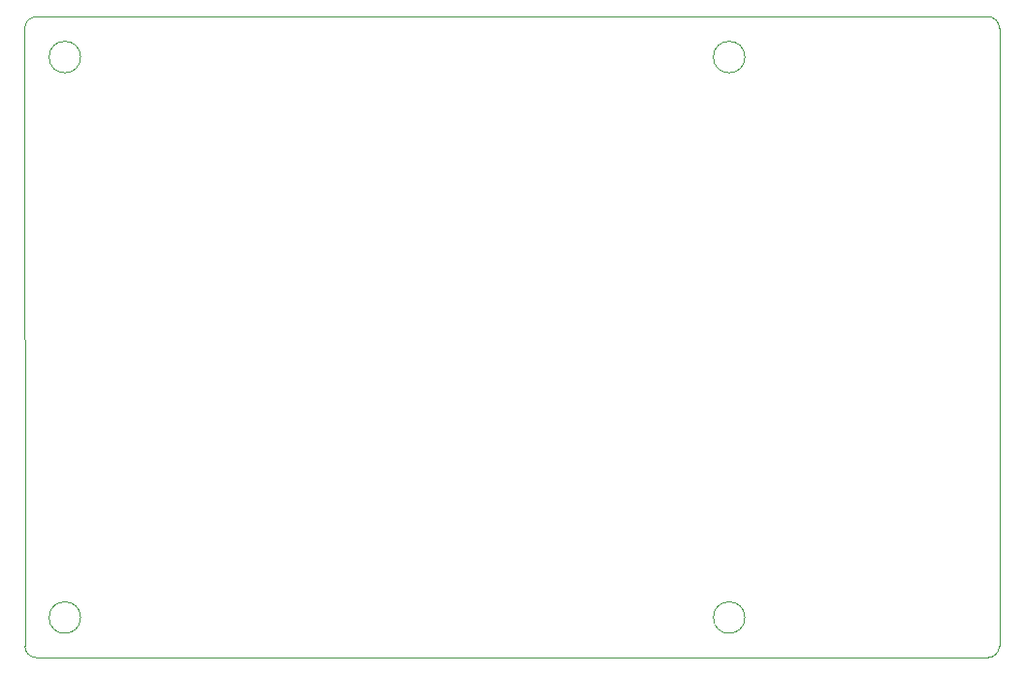
<source format=gbr>
%TF.GenerationSoftware,KiCad,Pcbnew,8.0.6*%
%TF.CreationDate,2025-01-11T15:36:53-06:00*%
%TF.ProjectId,babelfox,62616265-6c66-46f7-982e-6b696361645f,rev?*%
%TF.SameCoordinates,Original*%
%TF.FileFunction,Profile,NP*%
%FSLAX46Y46*%
G04 Gerber Fmt 4.6, Leading zero omitted, Abs format (unit mm)*
G04 Created by KiCad (PCBNEW 8.0.6) date 2025-01-11 15:36:53*
%MOMM*%
%LPD*%
G01*
G04 APERTURE LIST*
%TA.AperFunction,Profile*%
%ADD10C,0.050000*%
%TD*%
G04 APERTURE END LIST*
D10*
X186189218Y-76294377D02*
X103116782Y-76304164D01*
X106983000Y-79827000D02*
G75*
G02*
X104233000Y-79827000I-1375000J0D01*
G01*
X104233000Y-79827000D02*
G75*
G02*
X106983000Y-79827000I1375000J0D01*
G01*
X106983000Y-128834000D02*
G75*
G02*
X104233000Y-128834000I-1375000J0D01*
G01*
X104233000Y-128834000D02*
G75*
G02*
X106983000Y-128834000I1375000J0D01*
G01*
X103124000Y-132334000D02*
X186189218Y-132341223D01*
X186189218Y-76294377D02*
G75*
G02*
X187205248Y-77317597I-7218J-1023223D01*
G01*
X102100757Y-77327384D02*
X102108000Y-131318000D01*
X187205243Y-131318003D02*
G75*
G02*
X186189218Y-132341218I-1023243J3D01*
G01*
X102100757Y-77327384D02*
G75*
G02*
X103116782Y-76304182I1023243J-16D01*
G01*
X164983000Y-79827000D02*
G75*
G02*
X162233000Y-79827000I-1375000J0D01*
G01*
X162233000Y-79827000D02*
G75*
G02*
X164983000Y-79827000I1375000J0D01*
G01*
X103124000Y-132334000D02*
G75*
G02*
X102108000Y-131318000I7200J1023200D01*
G01*
X164983000Y-128834000D02*
G75*
G02*
X162233000Y-128834000I-1375000J0D01*
G01*
X162233000Y-128834000D02*
G75*
G02*
X164983000Y-128834000I1375000J0D01*
G01*
X187205243Y-131318003D02*
X187205243Y-77317597D01*
M02*

</source>
